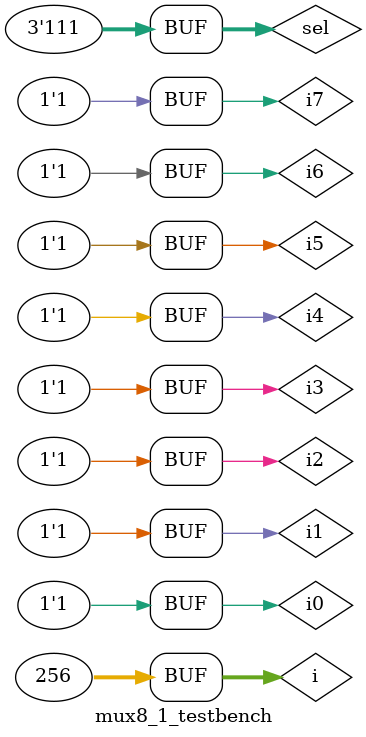
<source format=sv>
`timescale 1ns/10ps
module mux8_1(out, i0, i1, i2, i3, i4, i5, i6, i7, sel);
	output logic out;
	input logic i0, i1, i2, i3, i4, i5, i6, i7;
	input logic [2:0] sel;
	
	logic out1, out2;
	
	mux4_1 mux1(.out(out1), .i0(i0), .i1(i1), .i2(i2), .i3(i3), .sel(sel[1:0]));
	mux4_1 mux2(.out(out2), .i0(i4), .i1(i5), .i2(i6), .i3(i7), .sel(sel[1:0]));
	mux2_1 muxFinal(.out(out), .i0(out1), .i1(out2), .sel(sel[2]));
	
endmodule

module mux8_1_testbench();

	logic i0, i1, i2, i3, i4, i5, i6, i7, i8, out;
	logic [2:0] sel;
	
	mux8_1 dut (.out, .i0, .i1, .i2, .i3, .i4, .i5, .i6, .i7, .sel);
	
//	integer i;
//	initial begin
//		for(i=0; i<128; i++) begin
//			
//		end
//	end

	integer i;
	initial begin
		// Loop through all combinations of inputs and sel values
		for (i = 0; i < 256; i = i + 1) begin
			// Assign values to the inputs and sel
			{i0, i1, i2, i3, i4, i5, i6, i7} = i[7:0]; // Assign i's least significant 8 bits to inputs
			sel = i[2:0];                            // Assign i's least significant 3 bits to sel
			
			#10;  // Wait for 10 time units before moving to the next iteration


		end
	end
endmodule
		
		
	

</source>
